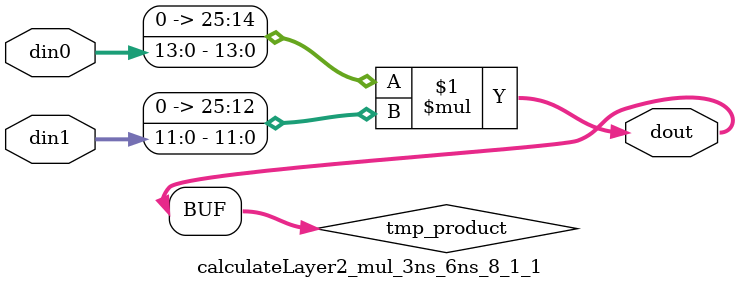
<source format=v>

`timescale 1 ns / 1 ps

  module calculateLayer2_mul_3ns_6ns_8_1_1(din0, din1, dout);
parameter ID = 1;
parameter NUM_STAGE = 0;
parameter din0_WIDTH = 14;
parameter din1_WIDTH = 12;
parameter dout_WIDTH = 26;

input [din0_WIDTH - 1 : 0] din0; 
input [din1_WIDTH - 1 : 0] din1; 
output [dout_WIDTH - 1 : 0] dout;

wire signed [dout_WIDTH - 1 : 0] tmp_product;










assign tmp_product = $signed({1'b0, din0}) * $signed({1'b0, din1});











assign dout = tmp_product;







endmodule

</source>
